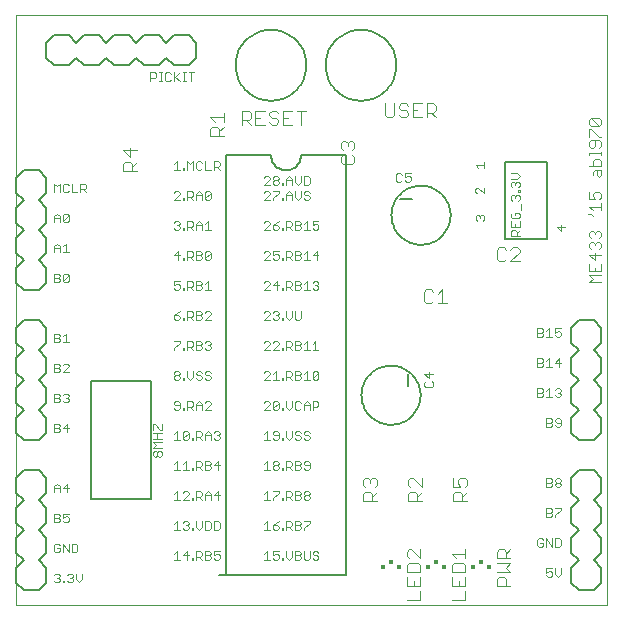
<source format=gto>
G75*
G70*
%OFA0B0*%
%FSLAX24Y24*%
%IPPOS*%
%LPD*%
%AMOC8*
5,1,8,0,0,1.08239X$1,22.5*
%
%ADD10C,0.0000*%
%ADD11C,0.0030*%
%ADD12C,0.0080*%
%ADD13C,0.0050*%
%ADD14C,0.0040*%
%ADD15R,0.0128X0.0167*%
%ADD16R,0.0138X0.0138*%
D10*
X001683Y001189D02*
X001683Y020874D01*
X021368Y020874D01*
X021368Y001189D01*
X001683Y001189D01*
D11*
X002948Y002003D02*
X002996Y001954D01*
X003093Y001954D01*
X003142Y002003D01*
X003142Y002051D01*
X003093Y002099D01*
X003045Y002099D01*
X003093Y002099D02*
X003142Y002148D01*
X003142Y002196D01*
X003093Y002245D01*
X002996Y002245D01*
X002948Y002196D01*
X003243Y002003D02*
X003291Y002003D01*
X003291Y001954D01*
X003243Y001954D01*
X003243Y002003D01*
X003390Y002003D02*
X003438Y001954D01*
X003535Y001954D01*
X003584Y002003D01*
X003584Y002051D01*
X003535Y002099D01*
X003487Y002099D01*
X003535Y002099D02*
X003584Y002148D01*
X003584Y002196D01*
X003535Y002245D01*
X003438Y002245D01*
X003390Y002196D01*
X003685Y002245D02*
X003685Y002051D01*
X003781Y001954D01*
X003878Y002051D01*
X003878Y002245D01*
X003683Y002954D02*
X003537Y002954D01*
X003537Y003245D01*
X003683Y003245D01*
X003731Y003196D01*
X003731Y003003D01*
X003683Y002954D01*
X003436Y002954D02*
X003436Y003245D01*
X003243Y003245D02*
X003436Y002954D01*
X003243Y002954D02*
X003243Y003245D01*
X003142Y003196D02*
X003093Y003245D01*
X002996Y003245D01*
X002948Y003196D01*
X002948Y003003D01*
X002996Y002954D01*
X003093Y002954D01*
X003142Y003003D01*
X003142Y003099D01*
X003045Y003099D01*
X003093Y003954D02*
X002948Y003954D01*
X002948Y004245D01*
X003093Y004245D01*
X003142Y004196D01*
X003142Y004148D01*
X003093Y004099D01*
X002948Y004099D01*
X003093Y004099D02*
X003142Y004051D01*
X003142Y004003D01*
X003093Y003954D01*
X003243Y004003D02*
X003291Y003954D01*
X003388Y003954D01*
X003436Y004003D01*
X003436Y004099D01*
X003388Y004148D01*
X003340Y004148D01*
X003243Y004099D01*
X003243Y004245D01*
X003436Y004245D01*
X003388Y004954D02*
X003388Y005245D01*
X003243Y005099D01*
X003436Y005099D01*
X003142Y005099D02*
X002948Y005099D01*
X002948Y005148D02*
X003045Y005245D01*
X003142Y005148D01*
X003142Y004954D01*
X002948Y004954D02*
X002948Y005148D01*
X002948Y006954D02*
X003093Y006954D01*
X003142Y007003D01*
X003142Y007051D01*
X003093Y007099D01*
X002948Y007099D01*
X002948Y006954D02*
X002948Y007245D01*
X003093Y007245D01*
X003142Y007196D01*
X003142Y007148D01*
X003093Y007099D01*
X003243Y007099D02*
X003436Y007099D01*
X003388Y006954D02*
X003388Y007245D01*
X003243Y007099D01*
X003291Y007954D02*
X003243Y008003D01*
X003291Y007954D02*
X003388Y007954D01*
X003436Y008003D01*
X003436Y008051D01*
X003388Y008099D01*
X003340Y008099D01*
X003388Y008099D02*
X003436Y008148D01*
X003436Y008196D01*
X003388Y008245D01*
X003291Y008245D01*
X003243Y008196D01*
X003142Y008196D02*
X003142Y008148D01*
X003093Y008099D01*
X002948Y008099D01*
X002948Y007954D02*
X003093Y007954D01*
X003142Y008003D01*
X003142Y008051D01*
X003093Y008099D01*
X003142Y008196D02*
X003093Y008245D01*
X002948Y008245D01*
X002948Y007954D01*
X002948Y008954D02*
X003093Y008954D01*
X003142Y009003D01*
X003142Y009051D01*
X003093Y009099D01*
X002948Y009099D01*
X002948Y008954D02*
X002948Y009245D01*
X003093Y009245D01*
X003142Y009196D01*
X003142Y009148D01*
X003093Y009099D01*
X003243Y009196D02*
X003291Y009245D01*
X003388Y009245D01*
X003436Y009196D01*
X003436Y009148D01*
X003243Y008954D01*
X003436Y008954D01*
X003436Y009954D02*
X003243Y009954D01*
X003340Y009954D02*
X003340Y010245D01*
X003243Y010148D01*
X003142Y010148D02*
X003093Y010099D01*
X002948Y010099D01*
X002948Y009954D02*
X002948Y010245D01*
X003093Y010245D01*
X003142Y010196D01*
X003142Y010148D01*
X003093Y010099D02*
X003142Y010051D01*
X003142Y010003D01*
X003093Y009954D01*
X002948Y009954D01*
X002948Y011954D02*
X003093Y011954D01*
X003142Y012003D01*
X003142Y012051D01*
X003093Y012099D01*
X002948Y012099D01*
X002948Y011954D02*
X002948Y012245D01*
X003093Y012245D01*
X003142Y012196D01*
X003142Y012148D01*
X003093Y012099D01*
X003243Y012003D02*
X003243Y012196D01*
X003291Y012245D01*
X003388Y012245D01*
X003436Y012196D01*
X003243Y012003D01*
X003291Y011954D01*
X003388Y011954D01*
X003436Y012003D01*
X003436Y012196D01*
X003436Y012954D02*
X003243Y012954D01*
X003340Y012954D02*
X003340Y013245D01*
X003243Y013148D01*
X003142Y013148D02*
X003142Y012954D01*
X003142Y013099D02*
X002948Y013099D01*
X002948Y013148D02*
X003045Y013245D01*
X003142Y013148D01*
X002948Y013148D02*
X002948Y012954D01*
X002948Y013954D02*
X002948Y014148D01*
X003045Y014245D01*
X003142Y014148D01*
X003142Y013954D01*
X003243Y014003D02*
X003291Y013954D01*
X003388Y013954D01*
X003436Y014003D01*
X003436Y014196D01*
X003243Y014003D01*
X003243Y014196D01*
X003291Y014245D01*
X003388Y014245D01*
X003436Y014196D01*
X003142Y014099D02*
X002948Y014099D01*
X002948Y014954D02*
X002948Y015245D01*
X003045Y015148D01*
X003142Y015245D01*
X003142Y014954D01*
X003243Y015003D02*
X003291Y014954D01*
X003388Y014954D01*
X003436Y015003D01*
X003537Y014954D02*
X003731Y014954D01*
X003832Y014954D02*
X003832Y015245D01*
X003977Y015245D01*
X004026Y015196D01*
X004026Y015099D01*
X003977Y015051D01*
X003832Y015051D01*
X003929Y015051D02*
X004026Y014954D01*
X003537Y014954D02*
X003537Y015245D01*
X003436Y015196D02*
X003388Y015245D01*
X003291Y015245D01*
X003243Y015196D01*
X003243Y015003D01*
X006157Y018664D02*
X006157Y018955D01*
X006302Y018955D01*
X006350Y018906D01*
X006350Y018809D01*
X006302Y018761D01*
X006157Y018761D01*
X006451Y018664D02*
X006548Y018664D01*
X006500Y018664D02*
X006500Y018955D01*
X006548Y018955D02*
X006451Y018955D01*
X006648Y018906D02*
X006648Y018713D01*
X006696Y018664D01*
X006793Y018664D01*
X006841Y018713D01*
X006942Y018761D02*
X007136Y018955D01*
X007237Y018955D02*
X007334Y018955D01*
X007285Y018955D02*
X007285Y018664D01*
X007237Y018664D02*
X007334Y018664D01*
X007530Y018664D02*
X007530Y018955D01*
X007433Y018955D02*
X007627Y018955D01*
X007136Y018664D02*
X006991Y018809D01*
X006942Y018664D02*
X006942Y018955D01*
X006841Y018906D02*
X006793Y018955D01*
X006696Y018955D01*
X006648Y018906D01*
X007045Y015995D02*
X007045Y015704D01*
X006948Y015704D02*
X007142Y015704D01*
X007243Y015704D02*
X007291Y015704D01*
X007291Y015753D01*
X007243Y015753D01*
X007243Y015704D01*
X007390Y015704D02*
X007390Y015995D01*
X007487Y015898D01*
X007584Y015995D01*
X007584Y015704D01*
X007685Y015753D02*
X007685Y015946D01*
X007733Y015995D01*
X007830Y015995D01*
X007878Y015946D01*
X007979Y015995D02*
X007979Y015704D01*
X008173Y015704D01*
X008274Y015704D02*
X008274Y015995D01*
X008419Y015995D01*
X008468Y015946D01*
X008468Y015849D01*
X008419Y015801D01*
X008274Y015801D01*
X008371Y015801D02*
X008468Y015704D01*
X007878Y015753D02*
X007830Y015704D01*
X007733Y015704D01*
X007685Y015753D01*
X007045Y015995D02*
X006948Y015898D01*
X006996Y014995D02*
X006948Y014946D01*
X006996Y014995D02*
X007093Y014995D01*
X007142Y014946D01*
X007142Y014898D01*
X006948Y014704D01*
X007142Y014704D01*
X007243Y014704D02*
X007291Y014704D01*
X007291Y014753D01*
X007243Y014753D01*
X007243Y014704D01*
X007390Y014704D02*
X007390Y014995D01*
X007535Y014995D01*
X007584Y014946D01*
X007584Y014849D01*
X007535Y014801D01*
X007390Y014801D01*
X007487Y014801D02*
X007584Y014704D01*
X007685Y014704D02*
X007685Y014898D01*
X007781Y014995D01*
X007878Y014898D01*
X007878Y014704D01*
X007979Y014753D02*
X008173Y014946D01*
X008173Y014753D01*
X008125Y014704D01*
X008028Y014704D01*
X007979Y014753D01*
X007979Y014946D01*
X008028Y014995D01*
X008125Y014995D01*
X008173Y014946D01*
X007878Y014849D02*
X007685Y014849D01*
X007781Y013995D02*
X007878Y013898D01*
X007878Y013704D01*
X007979Y013704D02*
X008173Y013704D01*
X008076Y013704D02*
X008076Y013995D01*
X007979Y013898D01*
X007878Y013849D02*
X007685Y013849D01*
X007685Y013898D02*
X007781Y013995D01*
X007685Y013898D02*
X007685Y013704D01*
X007584Y013704D02*
X007487Y013801D01*
X007535Y013801D02*
X007390Y013801D01*
X007390Y013704D02*
X007390Y013995D01*
X007535Y013995D01*
X007584Y013946D01*
X007584Y013849D01*
X007535Y013801D01*
X007291Y013753D02*
X007291Y013704D01*
X007243Y013704D01*
X007243Y013753D01*
X007291Y013753D01*
X007142Y013753D02*
X007093Y013704D01*
X006996Y013704D01*
X006948Y013753D01*
X007045Y013849D02*
X007093Y013849D01*
X007142Y013801D01*
X007142Y013753D01*
X007093Y013849D02*
X007142Y013898D01*
X007142Y013946D01*
X007093Y013995D01*
X006996Y013995D01*
X006948Y013946D01*
X007093Y012995D02*
X006948Y012849D01*
X007142Y012849D01*
X007243Y012753D02*
X007291Y012753D01*
X007291Y012704D01*
X007243Y012704D01*
X007243Y012753D01*
X007390Y012801D02*
X007535Y012801D01*
X007584Y012849D01*
X007584Y012946D01*
X007535Y012995D01*
X007390Y012995D01*
X007390Y012704D01*
X007487Y012801D02*
X007584Y012704D01*
X007685Y012704D02*
X007685Y012995D01*
X007830Y012995D01*
X007878Y012946D01*
X007878Y012898D01*
X007830Y012849D01*
X007685Y012849D01*
X007685Y012704D02*
X007830Y012704D01*
X007878Y012753D01*
X007878Y012801D01*
X007830Y012849D01*
X007979Y012753D02*
X007979Y012946D01*
X008028Y012995D01*
X008125Y012995D01*
X008173Y012946D01*
X007979Y012753D01*
X008028Y012704D01*
X008125Y012704D01*
X008173Y012753D01*
X008173Y012946D01*
X008076Y011995D02*
X007979Y011898D01*
X007878Y011898D02*
X007830Y011849D01*
X007685Y011849D01*
X007584Y011849D02*
X007584Y011946D01*
X007535Y011995D01*
X007390Y011995D01*
X007390Y011704D01*
X007390Y011801D02*
X007535Y011801D01*
X007584Y011849D01*
X007487Y011801D02*
X007584Y011704D01*
X007685Y011704D02*
X007685Y011995D01*
X007830Y011995D01*
X007878Y011946D01*
X007878Y011898D01*
X007830Y011849D02*
X007878Y011801D01*
X007878Y011753D01*
X007830Y011704D01*
X007685Y011704D01*
X007979Y011704D02*
X008173Y011704D01*
X008076Y011704D02*
X008076Y011995D01*
X007291Y011753D02*
X007291Y011704D01*
X007243Y011704D01*
X007243Y011753D01*
X007291Y011753D01*
X007142Y011753D02*
X007093Y011704D01*
X006996Y011704D01*
X006948Y011753D01*
X006948Y011849D02*
X007045Y011898D01*
X007093Y011898D01*
X007142Y011849D01*
X007142Y011753D01*
X006948Y011849D02*
X006948Y011995D01*
X007142Y011995D01*
X007093Y012704D02*
X007093Y012995D01*
X007142Y010995D02*
X007045Y010946D01*
X006948Y010849D01*
X007093Y010849D01*
X007142Y010801D01*
X007142Y010753D01*
X007093Y010704D01*
X006996Y010704D01*
X006948Y010753D01*
X006948Y010849D01*
X007243Y010753D02*
X007243Y010704D01*
X007291Y010704D01*
X007291Y010753D01*
X007243Y010753D01*
X007390Y010801D02*
X007535Y010801D01*
X007584Y010849D01*
X007584Y010946D01*
X007535Y010995D01*
X007390Y010995D01*
X007390Y010704D01*
X007487Y010801D02*
X007584Y010704D01*
X007685Y010704D02*
X007830Y010704D01*
X007878Y010753D01*
X007878Y010801D01*
X007830Y010849D01*
X007685Y010849D01*
X007685Y010704D02*
X007685Y010995D01*
X007830Y010995D01*
X007878Y010946D01*
X007878Y010898D01*
X007830Y010849D01*
X007979Y010946D02*
X008028Y010995D01*
X008125Y010995D01*
X008173Y010946D01*
X008173Y010898D01*
X007979Y010704D01*
X008173Y010704D01*
X008125Y009995D02*
X008028Y009995D01*
X007979Y009946D01*
X007878Y009946D02*
X007878Y009898D01*
X007830Y009849D01*
X007685Y009849D01*
X007584Y009849D02*
X007535Y009801D01*
X007390Y009801D01*
X007390Y009704D02*
X007390Y009995D01*
X007535Y009995D01*
X007584Y009946D01*
X007584Y009849D01*
X007487Y009801D02*
X007584Y009704D01*
X007685Y009704D02*
X007685Y009995D01*
X007830Y009995D01*
X007878Y009946D01*
X007830Y009849D02*
X007878Y009801D01*
X007878Y009753D01*
X007830Y009704D01*
X007685Y009704D01*
X007979Y009753D02*
X008028Y009704D01*
X008125Y009704D01*
X008173Y009753D01*
X008173Y009801D01*
X008125Y009849D01*
X008076Y009849D01*
X008125Y009849D02*
X008173Y009898D01*
X008173Y009946D01*
X008125Y009995D01*
X007291Y009753D02*
X007291Y009704D01*
X007243Y009704D01*
X007243Y009753D01*
X007291Y009753D01*
X007142Y009946D02*
X006948Y009753D01*
X006948Y009704D01*
X006948Y009995D02*
X007142Y009995D01*
X007142Y009946D01*
X007093Y008995D02*
X007142Y008946D01*
X007142Y008898D01*
X007093Y008849D01*
X006996Y008849D01*
X006948Y008898D01*
X006948Y008946D01*
X006996Y008995D01*
X007093Y008995D01*
X007093Y008849D02*
X007142Y008801D01*
X007142Y008753D01*
X007093Y008704D01*
X006996Y008704D01*
X006948Y008753D01*
X006948Y008801D01*
X006996Y008849D01*
X007243Y008753D02*
X007291Y008753D01*
X007291Y008704D01*
X007243Y008704D01*
X007243Y008753D01*
X007390Y008801D02*
X007390Y008995D01*
X007584Y008995D02*
X007584Y008801D01*
X007487Y008704D01*
X007390Y008801D01*
X007685Y008753D02*
X007733Y008704D01*
X007830Y008704D01*
X007878Y008753D01*
X007878Y008801D01*
X007830Y008849D01*
X007733Y008849D01*
X007685Y008898D01*
X007685Y008946D01*
X007733Y008995D01*
X007830Y008995D01*
X007878Y008946D01*
X007979Y008946D02*
X007979Y008898D01*
X008028Y008849D01*
X008125Y008849D01*
X008173Y008801D01*
X008173Y008753D01*
X008125Y008704D01*
X008028Y008704D01*
X007979Y008753D01*
X007979Y008946D02*
X008028Y008995D01*
X008125Y008995D01*
X008173Y008946D01*
X008125Y007995D02*
X008028Y007995D01*
X007979Y007946D01*
X007878Y007898D02*
X007878Y007704D01*
X007979Y007704D02*
X008173Y007898D01*
X008173Y007946D01*
X008125Y007995D01*
X007878Y007898D02*
X007781Y007995D01*
X007685Y007898D01*
X007685Y007704D01*
X007584Y007704D02*
X007487Y007801D01*
X007535Y007801D02*
X007390Y007801D01*
X007390Y007704D02*
X007390Y007995D01*
X007535Y007995D01*
X007584Y007946D01*
X007584Y007849D01*
X007535Y007801D01*
X007685Y007849D02*
X007878Y007849D01*
X007979Y007704D02*
X008173Y007704D01*
X008076Y006995D02*
X007979Y006898D01*
X007979Y006704D01*
X007878Y006704D02*
X007781Y006801D01*
X007830Y006801D02*
X007685Y006801D01*
X007685Y006704D02*
X007685Y006995D01*
X007830Y006995D01*
X007878Y006946D01*
X007878Y006849D01*
X007830Y006801D01*
X007979Y006849D02*
X008173Y006849D01*
X008173Y006898D02*
X008173Y006704D01*
X008274Y006753D02*
X008322Y006704D01*
X008419Y006704D01*
X008468Y006753D01*
X008468Y006801D01*
X008419Y006849D01*
X008371Y006849D01*
X008419Y006849D02*
X008468Y006898D01*
X008468Y006946D01*
X008419Y006995D01*
X008322Y006995D01*
X008274Y006946D01*
X008173Y006898D02*
X008076Y006995D01*
X007586Y006753D02*
X007586Y006704D01*
X007537Y006704D01*
X007537Y006753D01*
X007586Y006753D01*
X007436Y006753D02*
X007388Y006704D01*
X007291Y006704D01*
X007243Y006753D01*
X007436Y006946D01*
X007436Y006753D01*
X007436Y006946D02*
X007388Y006995D01*
X007291Y006995D01*
X007243Y006946D01*
X007243Y006753D01*
X007142Y006704D02*
X006948Y006704D01*
X007045Y006704D02*
X007045Y006995D01*
X006948Y006898D01*
X006543Y006925D02*
X006253Y006925D01*
X006253Y007026D02*
X006253Y007219D01*
X006301Y007219D01*
X006495Y007026D01*
X006543Y007026D01*
X006543Y007219D01*
X006398Y006925D02*
X006398Y006731D01*
X006543Y006731D02*
X006253Y006731D01*
X006253Y006630D02*
X006543Y006630D01*
X006543Y006436D02*
X006253Y006436D01*
X006350Y006533D01*
X006253Y006630D01*
X006301Y006335D02*
X006253Y006287D01*
X006253Y006190D01*
X006301Y006142D01*
X006350Y006142D01*
X006398Y006190D01*
X006398Y006287D01*
X006446Y006335D01*
X006495Y006335D01*
X006543Y006287D01*
X006543Y006190D01*
X006495Y006142D01*
X006446Y006142D01*
X006398Y006190D01*
X006398Y006287D02*
X006350Y006335D01*
X006301Y006335D01*
X006948Y005898D02*
X007045Y005995D01*
X007045Y005704D01*
X006948Y005704D02*
X007142Y005704D01*
X007243Y005704D02*
X007436Y005704D01*
X007340Y005704D02*
X007340Y005995D01*
X007243Y005898D01*
X007537Y005753D02*
X007537Y005704D01*
X007586Y005704D01*
X007586Y005753D01*
X007537Y005753D01*
X007685Y005801D02*
X007830Y005801D01*
X007878Y005849D01*
X007878Y005946D01*
X007830Y005995D01*
X007685Y005995D01*
X007685Y005704D01*
X007781Y005801D02*
X007878Y005704D01*
X007979Y005704D02*
X008125Y005704D01*
X008173Y005753D01*
X008173Y005801D01*
X008125Y005849D01*
X007979Y005849D01*
X007979Y005704D02*
X007979Y005995D01*
X008125Y005995D01*
X008173Y005946D01*
X008173Y005898D01*
X008125Y005849D01*
X008274Y005849D02*
X008419Y005995D01*
X008419Y005704D01*
X008468Y005849D02*
X008274Y005849D01*
X008419Y004995D02*
X008274Y004849D01*
X008468Y004849D01*
X008419Y004704D02*
X008419Y004995D01*
X008173Y004898D02*
X008173Y004704D01*
X008173Y004849D02*
X007979Y004849D01*
X007979Y004898D02*
X008076Y004995D01*
X008173Y004898D01*
X007979Y004898D02*
X007979Y004704D01*
X007878Y004704D02*
X007781Y004801D01*
X007830Y004801D02*
X007685Y004801D01*
X007685Y004704D02*
X007685Y004995D01*
X007830Y004995D01*
X007878Y004946D01*
X007878Y004849D01*
X007830Y004801D01*
X007586Y004753D02*
X007586Y004704D01*
X007537Y004704D01*
X007537Y004753D01*
X007586Y004753D01*
X007436Y004704D02*
X007243Y004704D01*
X007436Y004898D01*
X007436Y004946D01*
X007388Y004995D01*
X007291Y004995D01*
X007243Y004946D01*
X007045Y004995D02*
X007045Y004704D01*
X006948Y004704D02*
X007142Y004704D01*
X006948Y004898D02*
X007045Y004995D01*
X007045Y003995D02*
X007045Y003704D01*
X006948Y003704D02*
X007142Y003704D01*
X007243Y003753D02*
X007291Y003704D01*
X007388Y003704D01*
X007436Y003753D01*
X007436Y003801D01*
X007388Y003849D01*
X007340Y003849D01*
X007388Y003849D02*
X007436Y003898D01*
X007436Y003946D01*
X007388Y003995D01*
X007291Y003995D01*
X007243Y003946D01*
X007045Y003995D02*
X006948Y003898D01*
X007537Y003753D02*
X007586Y003753D01*
X007586Y003704D01*
X007537Y003704D01*
X007537Y003753D01*
X007685Y003801D02*
X007685Y003995D01*
X007878Y003995D02*
X007878Y003801D01*
X007781Y003704D01*
X007685Y003801D01*
X007979Y003704D02*
X007979Y003995D01*
X008125Y003995D01*
X008173Y003946D01*
X008173Y003753D01*
X008125Y003704D01*
X007979Y003704D01*
X008274Y003704D02*
X008419Y003704D01*
X008468Y003753D01*
X008468Y003946D01*
X008419Y003995D01*
X008274Y003995D01*
X008274Y003704D01*
X008274Y002995D02*
X008274Y002849D01*
X008371Y002898D01*
X008419Y002898D01*
X008468Y002849D01*
X008468Y002753D01*
X008419Y002704D01*
X008322Y002704D01*
X008274Y002753D01*
X008173Y002753D02*
X008125Y002704D01*
X007979Y002704D01*
X007979Y002995D01*
X008125Y002995D01*
X008173Y002946D01*
X008173Y002898D01*
X008125Y002849D01*
X007979Y002849D01*
X007878Y002849D02*
X007830Y002801D01*
X007685Y002801D01*
X007781Y002801D02*
X007878Y002704D01*
X007878Y002849D02*
X007878Y002946D01*
X007830Y002995D01*
X007685Y002995D01*
X007685Y002704D01*
X007586Y002704D02*
X007586Y002753D01*
X007537Y002753D01*
X007537Y002704D01*
X007586Y002704D01*
X007388Y002704D02*
X007388Y002995D01*
X007243Y002849D01*
X007436Y002849D01*
X007142Y002704D02*
X006948Y002704D01*
X007045Y002704D02*
X007045Y002995D01*
X006948Y002898D01*
X008125Y002849D02*
X008173Y002801D01*
X008173Y002753D01*
X008274Y002995D02*
X008468Y002995D01*
X009948Y002898D02*
X010045Y002995D01*
X010045Y002704D01*
X009948Y002704D02*
X010142Y002704D01*
X010243Y002753D02*
X010291Y002704D01*
X010388Y002704D01*
X010436Y002753D01*
X010436Y002849D01*
X010388Y002898D01*
X010340Y002898D01*
X010243Y002849D01*
X010243Y002995D01*
X010436Y002995D01*
X010685Y002995D02*
X010685Y002801D01*
X010781Y002704D01*
X010878Y002801D01*
X010878Y002995D01*
X010979Y002995D02*
X011125Y002995D01*
X011173Y002946D01*
X011173Y002898D01*
X011125Y002849D01*
X010979Y002849D01*
X010979Y002704D02*
X011125Y002704D01*
X011173Y002753D01*
X011173Y002801D01*
X011125Y002849D01*
X011274Y002753D02*
X011322Y002704D01*
X011419Y002704D01*
X011468Y002753D01*
X011468Y002995D01*
X011569Y002946D02*
X011617Y002995D01*
X011714Y002995D01*
X011762Y002946D01*
X011714Y002849D02*
X011762Y002801D01*
X011762Y002753D01*
X011714Y002704D01*
X011617Y002704D01*
X011569Y002753D01*
X011617Y002849D02*
X011714Y002849D01*
X011617Y002849D02*
X011569Y002898D01*
X011569Y002946D01*
X011274Y002995D02*
X011274Y002753D01*
X010979Y002704D02*
X010979Y002995D01*
X010586Y002753D02*
X010586Y002704D01*
X010537Y002704D01*
X010537Y002753D01*
X010586Y002753D01*
X010586Y003704D02*
X010537Y003704D01*
X010537Y003753D01*
X010586Y003753D01*
X010586Y003704D01*
X010685Y003704D02*
X010685Y003995D01*
X010830Y003995D01*
X010878Y003946D01*
X010878Y003849D01*
X010830Y003801D01*
X010685Y003801D01*
X010781Y003801D02*
X010878Y003704D01*
X010979Y003704D02*
X010979Y003995D01*
X011125Y003995D01*
X011173Y003946D01*
X011173Y003898D01*
X011125Y003849D01*
X010979Y003849D01*
X010979Y003704D02*
X011125Y003704D01*
X011173Y003753D01*
X011173Y003801D01*
X011125Y003849D01*
X011274Y003753D02*
X011274Y003704D01*
X011274Y003753D02*
X011468Y003946D01*
X011468Y003995D01*
X011274Y003995D01*
X011322Y004704D02*
X011274Y004753D01*
X011274Y004801D01*
X011322Y004849D01*
X011419Y004849D01*
X011468Y004801D01*
X011468Y004753D01*
X011419Y004704D01*
X011322Y004704D01*
X011322Y004849D02*
X011274Y004898D01*
X011274Y004946D01*
X011322Y004995D01*
X011419Y004995D01*
X011468Y004946D01*
X011468Y004898D01*
X011419Y004849D01*
X011173Y004801D02*
X011173Y004753D01*
X011125Y004704D01*
X010979Y004704D01*
X010979Y004995D01*
X011125Y004995D01*
X011173Y004946D01*
X011173Y004898D01*
X011125Y004849D01*
X010979Y004849D01*
X010878Y004849D02*
X010830Y004801D01*
X010685Y004801D01*
X010781Y004801D02*
X010878Y004704D01*
X010878Y004849D02*
X010878Y004946D01*
X010830Y004995D01*
X010685Y004995D01*
X010685Y004704D01*
X010586Y004704D02*
X010537Y004704D01*
X010537Y004753D01*
X010586Y004753D01*
X010586Y004704D01*
X010436Y004946D02*
X010243Y004753D01*
X010243Y004704D01*
X010142Y004704D02*
X009948Y004704D01*
X010045Y004704D02*
X010045Y004995D01*
X009948Y004898D01*
X010243Y004995D02*
X010436Y004995D01*
X010436Y004946D01*
X011125Y004849D02*
X011173Y004801D01*
X010436Y003995D02*
X010340Y003946D01*
X010243Y003849D01*
X010388Y003849D01*
X010436Y003801D01*
X010436Y003753D01*
X010388Y003704D01*
X010291Y003704D01*
X010243Y003753D01*
X010243Y003849D01*
X010142Y003704D02*
X009948Y003704D01*
X010045Y003704D02*
X010045Y003995D01*
X009948Y003898D01*
X009948Y005704D02*
X010142Y005704D01*
X010045Y005704D02*
X010045Y005995D01*
X009948Y005898D01*
X010243Y005898D02*
X010243Y005946D01*
X010291Y005995D01*
X010388Y005995D01*
X010436Y005946D01*
X010436Y005898D01*
X010388Y005849D01*
X010291Y005849D01*
X010243Y005898D01*
X010291Y005849D02*
X010243Y005801D01*
X010243Y005753D01*
X010291Y005704D01*
X010388Y005704D01*
X010436Y005753D01*
X010436Y005801D01*
X010388Y005849D01*
X010537Y005753D02*
X010537Y005704D01*
X010586Y005704D01*
X010586Y005753D01*
X010537Y005753D01*
X010685Y005801D02*
X010830Y005801D01*
X010878Y005849D01*
X010878Y005946D01*
X010830Y005995D01*
X010685Y005995D01*
X010685Y005704D01*
X010781Y005801D02*
X010878Y005704D01*
X010979Y005704D02*
X011125Y005704D01*
X011173Y005753D01*
X011173Y005801D01*
X011125Y005849D01*
X010979Y005849D01*
X010979Y005704D02*
X010979Y005995D01*
X011125Y005995D01*
X011173Y005946D01*
X011173Y005898D01*
X011125Y005849D01*
X011274Y005898D02*
X011322Y005849D01*
X011468Y005849D01*
X011468Y005753D02*
X011468Y005946D01*
X011419Y005995D01*
X011322Y005995D01*
X011274Y005946D01*
X011274Y005898D01*
X011274Y005753D02*
X011322Y005704D01*
X011419Y005704D01*
X011468Y005753D01*
X011419Y006704D02*
X011322Y006704D01*
X011274Y006753D01*
X011173Y006753D02*
X011125Y006704D01*
X011028Y006704D01*
X010979Y006753D01*
X011028Y006849D02*
X011125Y006849D01*
X011173Y006801D01*
X011173Y006753D01*
X011028Y006849D02*
X010979Y006898D01*
X010979Y006946D01*
X011028Y006995D01*
X011125Y006995D01*
X011173Y006946D01*
X011274Y006946D02*
X011274Y006898D01*
X011322Y006849D01*
X011419Y006849D01*
X011468Y006801D01*
X011468Y006753D01*
X011419Y006704D01*
X011468Y006946D02*
X011419Y006995D01*
X011322Y006995D01*
X011274Y006946D01*
X010878Y006995D02*
X010878Y006801D01*
X010781Y006704D01*
X010685Y006801D01*
X010685Y006995D01*
X010436Y006946D02*
X010436Y006753D01*
X010388Y006704D01*
X010291Y006704D01*
X010243Y006753D01*
X010291Y006849D02*
X010243Y006898D01*
X010243Y006946D01*
X010291Y006995D01*
X010388Y006995D01*
X010436Y006946D01*
X010436Y006849D02*
X010291Y006849D01*
X010142Y006704D02*
X009948Y006704D01*
X010045Y006704D02*
X010045Y006995D01*
X009948Y006898D01*
X010537Y006753D02*
X010586Y006753D01*
X010586Y006704D01*
X010537Y006704D01*
X010537Y006753D01*
X010537Y007704D02*
X010586Y007704D01*
X010586Y007753D01*
X010537Y007753D01*
X010537Y007704D01*
X010436Y007753D02*
X010436Y007946D01*
X010243Y007753D01*
X010291Y007704D01*
X010388Y007704D01*
X010436Y007753D01*
X010436Y007946D02*
X010388Y007995D01*
X010291Y007995D01*
X010243Y007946D01*
X010243Y007753D01*
X010142Y007704D02*
X009948Y007704D01*
X010142Y007898D01*
X010142Y007946D01*
X010093Y007995D01*
X009996Y007995D01*
X009948Y007946D01*
X010685Y007995D02*
X010685Y007801D01*
X010781Y007704D01*
X010878Y007801D01*
X010878Y007995D01*
X010979Y007946D02*
X010979Y007753D01*
X011028Y007704D01*
X011125Y007704D01*
X011173Y007753D01*
X011274Y007704D02*
X011274Y007898D01*
X011371Y007995D01*
X011468Y007898D01*
X011468Y007704D01*
X011569Y007704D02*
X011569Y007995D01*
X011714Y007995D01*
X011762Y007946D01*
X011762Y007849D01*
X011714Y007801D01*
X011569Y007801D01*
X011468Y007849D02*
X011274Y007849D01*
X011173Y007946D02*
X011125Y007995D01*
X011028Y007995D01*
X010979Y007946D01*
X010979Y008704D02*
X011125Y008704D01*
X011173Y008753D01*
X011173Y008801D01*
X011125Y008849D01*
X010979Y008849D01*
X010878Y008849D02*
X010878Y008946D01*
X010830Y008995D01*
X010685Y008995D01*
X010685Y008704D01*
X010685Y008801D02*
X010830Y008801D01*
X010878Y008849D01*
X010781Y008801D02*
X010878Y008704D01*
X010979Y008704D02*
X010979Y008995D01*
X011125Y008995D01*
X011173Y008946D01*
X011173Y008898D01*
X011125Y008849D01*
X011274Y008898D02*
X011371Y008995D01*
X011371Y008704D01*
X011274Y008704D02*
X011468Y008704D01*
X011569Y008753D02*
X011762Y008946D01*
X011762Y008753D01*
X011714Y008704D01*
X011617Y008704D01*
X011569Y008753D01*
X011569Y008946D01*
X011617Y008995D01*
X011714Y008995D01*
X011762Y008946D01*
X011762Y009704D02*
X011569Y009704D01*
X011665Y009704D02*
X011665Y009995D01*
X011569Y009898D01*
X011468Y009704D02*
X011274Y009704D01*
X011371Y009704D02*
X011371Y009995D01*
X011274Y009898D01*
X011173Y009898D02*
X011125Y009849D01*
X010979Y009849D01*
X010878Y009849D02*
X010830Y009801D01*
X010685Y009801D01*
X010781Y009801D02*
X010878Y009704D01*
X010979Y009704D02*
X010979Y009995D01*
X011125Y009995D01*
X011173Y009946D01*
X011173Y009898D01*
X011125Y009849D02*
X011173Y009801D01*
X011173Y009753D01*
X011125Y009704D01*
X010979Y009704D01*
X010878Y009849D02*
X010878Y009946D01*
X010830Y009995D01*
X010685Y009995D01*
X010685Y009704D01*
X010586Y009704D02*
X010537Y009704D01*
X010537Y009753D01*
X010586Y009753D01*
X010586Y009704D01*
X010436Y009704D02*
X010243Y009704D01*
X010436Y009898D01*
X010436Y009946D01*
X010388Y009995D01*
X010291Y009995D01*
X010243Y009946D01*
X010142Y009946D02*
X010093Y009995D01*
X009996Y009995D01*
X009948Y009946D01*
X010142Y009946D02*
X010142Y009898D01*
X009948Y009704D01*
X010142Y009704D01*
X010093Y008995D02*
X009996Y008995D01*
X009948Y008946D01*
X010093Y008995D02*
X010142Y008946D01*
X010142Y008898D01*
X009948Y008704D01*
X010142Y008704D01*
X010243Y008704D02*
X010436Y008704D01*
X010340Y008704D02*
X010340Y008995D01*
X010243Y008898D01*
X010537Y008753D02*
X010586Y008753D01*
X010586Y008704D01*
X010537Y008704D01*
X010537Y008753D01*
X010586Y010704D02*
X010537Y010704D01*
X010537Y010753D01*
X010586Y010753D01*
X010586Y010704D01*
X010685Y010801D02*
X010781Y010704D01*
X010878Y010801D01*
X010878Y010995D01*
X010979Y010995D02*
X010979Y010753D01*
X011028Y010704D01*
X011125Y010704D01*
X011173Y010753D01*
X011173Y010995D01*
X010685Y010995D02*
X010685Y010801D01*
X010436Y010801D02*
X010436Y010753D01*
X010388Y010704D01*
X010291Y010704D01*
X010243Y010753D01*
X010142Y010704D02*
X009948Y010704D01*
X010142Y010898D01*
X010142Y010946D01*
X010093Y010995D01*
X009996Y010995D01*
X009948Y010946D01*
X010243Y010946D02*
X010291Y010995D01*
X010388Y010995D01*
X010436Y010946D01*
X010436Y010898D01*
X010388Y010849D01*
X010436Y010801D01*
X010388Y010849D02*
X010340Y010849D01*
X010388Y011704D02*
X010388Y011995D01*
X010243Y011849D01*
X010436Y011849D01*
X010537Y011753D02*
X010586Y011753D01*
X010586Y011704D01*
X010537Y011704D01*
X010537Y011753D01*
X010685Y011801D02*
X010830Y011801D01*
X010878Y011849D01*
X010878Y011946D01*
X010830Y011995D01*
X010685Y011995D01*
X010685Y011704D01*
X010781Y011801D02*
X010878Y011704D01*
X010979Y011704D02*
X010979Y011995D01*
X011125Y011995D01*
X011173Y011946D01*
X011173Y011898D01*
X011125Y011849D01*
X010979Y011849D01*
X010979Y011704D02*
X011125Y011704D01*
X011173Y011753D01*
X011173Y011801D01*
X011125Y011849D01*
X011274Y011898D02*
X011371Y011995D01*
X011371Y011704D01*
X011274Y011704D02*
X011468Y011704D01*
X011569Y011753D02*
X011617Y011704D01*
X011714Y011704D01*
X011762Y011753D01*
X011762Y011801D01*
X011714Y011849D01*
X011665Y011849D01*
X011714Y011849D02*
X011762Y011898D01*
X011762Y011946D01*
X011714Y011995D01*
X011617Y011995D01*
X011569Y011946D01*
X011468Y012704D02*
X011274Y012704D01*
X011371Y012704D02*
X011371Y012995D01*
X011274Y012898D01*
X011173Y012898D02*
X011125Y012849D01*
X010979Y012849D01*
X010878Y012849D02*
X010830Y012801D01*
X010685Y012801D01*
X010781Y012801D02*
X010878Y012704D01*
X010979Y012704D02*
X010979Y012995D01*
X011125Y012995D01*
X011173Y012946D01*
X011173Y012898D01*
X011125Y012849D02*
X011173Y012801D01*
X011173Y012753D01*
X011125Y012704D01*
X010979Y012704D01*
X010878Y012849D02*
X010878Y012946D01*
X010830Y012995D01*
X010685Y012995D01*
X010685Y012704D01*
X010586Y012704D02*
X010537Y012704D01*
X010537Y012753D01*
X010586Y012753D01*
X010586Y012704D01*
X010436Y012753D02*
X010436Y012849D01*
X010388Y012898D01*
X010340Y012898D01*
X010243Y012849D01*
X010243Y012995D01*
X010436Y012995D01*
X010436Y012753D02*
X010388Y012704D01*
X010291Y012704D01*
X010243Y012753D01*
X010142Y012704D02*
X009948Y012704D01*
X010142Y012898D01*
X010142Y012946D01*
X010093Y012995D01*
X009996Y012995D01*
X009948Y012946D01*
X009948Y013704D02*
X010142Y013898D01*
X010142Y013946D01*
X010093Y013995D01*
X009996Y013995D01*
X009948Y013946D01*
X009948Y013704D02*
X010142Y013704D01*
X010243Y013753D02*
X010291Y013704D01*
X010388Y013704D01*
X010436Y013753D01*
X010436Y013801D01*
X010388Y013849D01*
X010243Y013849D01*
X010243Y013753D01*
X010243Y013849D02*
X010340Y013946D01*
X010436Y013995D01*
X010685Y013995D02*
X010830Y013995D01*
X010878Y013946D01*
X010878Y013849D01*
X010830Y013801D01*
X010685Y013801D01*
X010781Y013801D02*
X010878Y013704D01*
X010979Y013704D02*
X011125Y013704D01*
X011173Y013753D01*
X011173Y013801D01*
X011125Y013849D01*
X010979Y013849D01*
X010979Y013704D02*
X010979Y013995D01*
X011125Y013995D01*
X011173Y013946D01*
X011173Y013898D01*
X011125Y013849D01*
X011274Y013898D02*
X011371Y013995D01*
X011371Y013704D01*
X011274Y013704D02*
X011468Y013704D01*
X011569Y013753D02*
X011617Y013704D01*
X011714Y013704D01*
X011762Y013753D01*
X011762Y013849D01*
X011714Y013898D01*
X011665Y013898D01*
X011569Y013849D01*
X011569Y013995D01*
X011762Y013995D01*
X011419Y014704D02*
X011322Y014704D01*
X011274Y014753D01*
X011322Y014849D02*
X011419Y014849D01*
X011468Y014801D01*
X011468Y014753D01*
X011419Y014704D01*
X011322Y014849D02*
X011274Y014898D01*
X011274Y014946D01*
X011322Y014995D01*
X011419Y014995D01*
X011468Y014946D01*
X011419Y015204D02*
X011274Y015204D01*
X011274Y015495D01*
X011419Y015495D01*
X011468Y015446D01*
X011468Y015253D01*
X011419Y015204D01*
X011173Y015301D02*
X011173Y015495D01*
X010979Y015495D02*
X010979Y015301D01*
X011076Y015204D01*
X011173Y015301D01*
X010878Y015349D02*
X010685Y015349D01*
X010685Y015398D02*
X010781Y015495D01*
X010878Y015398D01*
X010878Y015204D01*
X010685Y015204D02*
X010685Y015398D01*
X010586Y015253D02*
X010586Y015204D01*
X010537Y015204D01*
X010537Y015253D01*
X010586Y015253D01*
X010436Y015253D02*
X010388Y015204D01*
X010291Y015204D01*
X010243Y015253D01*
X010243Y015301D01*
X010291Y015349D01*
X010388Y015349D01*
X010436Y015301D01*
X010436Y015253D01*
X010388Y015349D02*
X010436Y015398D01*
X010436Y015446D01*
X010388Y015495D01*
X010291Y015495D01*
X010243Y015446D01*
X010243Y015398D01*
X010291Y015349D01*
X010142Y015398D02*
X010142Y015446D01*
X010093Y015495D01*
X009996Y015495D01*
X009948Y015446D01*
X010142Y015398D02*
X009948Y015204D01*
X010142Y015204D01*
X010093Y014995D02*
X009996Y014995D01*
X009948Y014946D01*
X010093Y014995D02*
X010142Y014946D01*
X010142Y014898D01*
X009948Y014704D01*
X010142Y014704D01*
X010243Y014704D02*
X010243Y014753D01*
X010436Y014946D01*
X010436Y014995D01*
X010243Y014995D01*
X010537Y014753D02*
X010586Y014753D01*
X010586Y014704D01*
X010537Y014704D01*
X010537Y014753D01*
X010685Y014704D02*
X010685Y014898D01*
X010781Y014995D01*
X010878Y014898D01*
X010878Y014704D01*
X010979Y014801D02*
X010979Y014995D01*
X010878Y014849D02*
X010685Y014849D01*
X010979Y014801D02*
X011076Y014704D01*
X011173Y014801D01*
X011173Y014995D01*
X010685Y013995D02*
X010685Y013704D01*
X010586Y013704D02*
X010537Y013704D01*
X010537Y013753D01*
X010586Y013753D01*
X010586Y013704D01*
X011569Y012849D02*
X011762Y012849D01*
X011714Y012704D02*
X011714Y012995D01*
X011569Y012849D01*
X010142Y011946D02*
X010093Y011995D01*
X009996Y011995D01*
X009948Y011946D01*
X010142Y011946D02*
X010142Y011898D01*
X009948Y011704D01*
X010142Y011704D01*
X007093Y007995D02*
X006996Y007995D01*
X006948Y007946D01*
X006948Y007898D01*
X006996Y007849D01*
X007142Y007849D01*
X007142Y007753D02*
X007142Y007946D01*
X007093Y007995D01*
X007142Y007753D02*
X007093Y007704D01*
X006996Y007704D01*
X006948Y007753D01*
X007243Y007753D02*
X007291Y007753D01*
X007291Y007704D01*
X007243Y007704D01*
X007243Y007753D01*
X014396Y015304D02*
X014493Y015304D01*
X014542Y015353D01*
X014643Y015353D02*
X014691Y015304D01*
X014788Y015304D01*
X014836Y015353D01*
X014836Y015449D01*
X014788Y015498D01*
X014740Y015498D01*
X014643Y015449D01*
X014643Y015595D01*
X014836Y015595D01*
X014542Y015546D02*
X014493Y015595D01*
X014396Y015595D01*
X014348Y015546D01*
X014348Y015353D01*
X014396Y015304D01*
X018178Y015260D02*
X018226Y015308D01*
X018275Y015308D01*
X018323Y015260D01*
X018371Y015308D01*
X018420Y015308D01*
X018468Y015260D01*
X018468Y015163D01*
X018420Y015115D01*
X018420Y015016D02*
X018468Y015016D01*
X018468Y014968D01*
X018420Y014968D01*
X018420Y015016D01*
X018420Y014866D02*
X018468Y014818D01*
X018468Y014721D01*
X018420Y014673D01*
X018323Y014770D02*
X018323Y014818D01*
X018371Y014866D01*
X018420Y014866D01*
X018323Y014818D02*
X018275Y014866D01*
X018226Y014866D01*
X018178Y014818D01*
X018178Y014721D01*
X018226Y014673D01*
X018516Y014572D02*
X018516Y014378D01*
X018420Y014277D02*
X018323Y014277D01*
X018323Y014180D01*
X018226Y014084D02*
X018420Y014084D01*
X018468Y014132D01*
X018468Y014229D01*
X018420Y014277D01*
X018226Y014277D02*
X018178Y014229D01*
X018178Y014132D01*
X018226Y014084D01*
X018178Y013983D02*
X018178Y013789D01*
X018468Y013789D01*
X018468Y013983D01*
X018323Y013886D02*
X018323Y013789D01*
X018323Y013688D02*
X018371Y013640D01*
X018371Y013494D01*
X018371Y013591D02*
X018468Y013688D01*
X018323Y013688D02*
X018226Y013688D01*
X018178Y013640D01*
X018178Y013494D01*
X018468Y013494D01*
X018226Y015115D02*
X018178Y015163D01*
X018178Y015260D01*
X018323Y015260D02*
X018323Y015212D01*
X018371Y015410D02*
X018178Y015410D01*
X018178Y015603D02*
X018371Y015603D01*
X018468Y015506D01*
X018371Y015410D01*
X020736Y014226D02*
X020860Y014226D01*
X020921Y014164D01*
X020921Y014348D02*
X020798Y014472D01*
X021168Y014472D01*
X021168Y014595D02*
X021168Y014348D01*
X021106Y014717D02*
X021168Y014778D01*
X021168Y014902D01*
X021106Y014963D01*
X020983Y014963D01*
X020921Y014902D01*
X020921Y014840D01*
X020983Y014717D01*
X020798Y014717D01*
X020798Y014963D01*
X020921Y015515D02*
X020921Y015638D01*
X020983Y015700D01*
X021168Y015700D01*
X021168Y015515D01*
X021106Y015453D01*
X021045Y015515D01*
X021045Y015700D01*
X021168Y015821D02*
X020798Y015821D01*
X020921Y015821D02*
X020921Y016007D01*
X020983Y016068D01*
X021106Y016068D01*
X021168Y016007D01*
X021168Y015821D01*
X021168Y016190D02*
X021168Y016313D01*
X021168Y016251D02*
X020798Y016251D01*
X020798Y016190D01*
X020860Y016435D02*
X020921Y016435D01*
X020983Y016497D01*
X020983Y016682D01*
X020860Y016682D02*
X020798Y016620D01*
X020798Y016497D01*
X020860Y016435D01*
X021106Y016435D02*
X021168Y016497D01*
X021168Y016620D01*
X021106Y016682D01*
X020860Y016682D01*
X020798Y016804D02*
X020798Y017050D01*
X020860Y017050D01*
X021106Y016804D01*
X021168Y016804D01*
X021106Y017172D02*
X020860Y017172D01*
X020798Y017234D01*
X020798Y017357D01*
X020860Y017419D01*
X021106Y017172D01*
X021168Y017234D01*
X021168Y017357D01*
X021106Y017419D01*
X020860Y017419D01*
X020860Y013674D02*
X020921Y013674D01*
X020983Y013613D01*
X021045Y013674D01*
X021106Y013674D01*
X021168Y013613D01*
X021168Y013489D01*
X021106Y013428D01*
X021106Y013306D02*
X021168Y013244D01*
X021168Y013121D01*
X021106Y013059D01*
X020983Y012938D02*
X020983Y012691D01*
X020798Y012876D01*
X021168Y012876D01*
X020983Y013183D02*
X020983Y013244D01*
X021045Y013306D01*
X021106Y013306D01*
X020983Y013244D02*
X020921Y013306D01*
X020860Y013306D01*
X020798Y013244D01*
X020798Y013121D01*
X020860Y013059D01*
X020860Y013428D02*
X020798Y013489D01*
X020798Y013613D01*
X020860Y013674D01*
X020983Y013613D02*
X020983Y013551D01*
X020798Y012569D02*
X020798Y012323D01*
X021168Y012323D01*
X021168Y012569D01*
X020983Y012446D02*
X020983Y012323D01*
X020798Y012201D02*
X021168Y012201D01*
X021168Y011954D02*
X020798Y011954D01*
X020921Y012078D01*
X020798Y012201D01*
X019847Y010425D02*
X019654Y010425D01*
X019654Y010279D01*
X019750Y010328D01*
X019799Y010328D01*
X019847Y010279D01*
X019847Y010183D01*
X019799Y010134D01*
X019702Y010134D01*
X019654Y010183D01*
X019552Y010134D02*
X019359Y010134D01*
X019456Y010134D02*
X019456Y010425D01*
X019359Y010328D01*
X019258Y010328D02*
X019209Y010279D01*
X019064Y010279D01*
X019064Y010134D02*
X019209Y010134D01*
X019258Y010183D01*
X019258Y010231D01*
X019209Y010279D01*
X019258Y010328D02*
X019258Y010376D01*
X019209Y010425D01*
X019064Y010425D01*
X019064Y010134D01*
X019064Y009425D02*
X019209Y009425D01*
X019258Y009376D01*
X019258Y009328D01*
X019209Y009279D01*
X019064Y009279D01*
X019064Y009134D02*
X019209Y009134D01*
X019258Y009183D01*
X019258Y009231D01*
X019209Y009279D01*
X019359Y009328D02*
X019456Y009425D01*
X019456Y009134D01*
X019552Y009134D02*
X019359Y009134D01*
X019064Y009134D02*
X019064Y009425D01*
X019654Y009279D02*
X019847Y009279D01*
X019799Y009134D02*
X019799Y009425D01*
X019654Y009279D01*
X019702Y008425D02*
X019654Y008376D01*
X019702Y008425D02*
X019799Y008425D01*
X019847Y008376D01*
X019847Y008328D01*
X019799Y008279D01*
X019847Y008231D01*
X019847Y008183D01*
X019799Y008134D01*
X019702Y008134D01*
X019654Y008183D01*
X019552Y008134D02*
X019359Y008134D01*
X019456Y008134D02*
X019456Y008425D01*
X019359Y008328D01*
X019258Y008328D02*
X019209Y008279D01*
X019064Y008279D01*
X019064Y008134D02*
X019064Y008425D01*
X019209Y008425D01*
X019258Y008376D01*
X019258Y008328D01*
X019209Y008279D02*
X019258Y008231D01*
X019258Y008183D01*
X019209Y008134D01*
X019064Y008134D01*
X019750Y008279D02*
X019799Y008279D01*
X019799Y007425D02*
X019702Y007425D01*
X019654Y007376D01*
X019654Y007328D01*
X019702Y007279D01*
X019847Y007279D01*
X019847Y007183D02*
X019847Y007376D01*
X019799Y007425D01*
X019847Y007183D02*
X019799Y007134D01*
X019702Y007134D01*
X019654Y007183D01*
X019552Y007183D02*
X019504Y007134D01*
X019359Y007134D01*
X019359Y007425D01*
X019504Y007425D01*
X019552Y007376D01*
X019552Y007328D01*
X019504Y007279D01*
X019359Y007279D01*
X019504Y007279D02*
X019552Y007231D01*
X019552Y007183D01*
X019504Y005425D02*
X019359Y005425D01*
X019359Y005134D01*
X019504Y005134D01*
X019552Y005183D01*
X019552Y005231D01*
X019504Y005279D01*
X019359Y005279D01*
X019504Y005279D02*
X019552Y005328D01*
X019552Y005376D01*
X019504Y005425D01*
X019654Y005376D02*
X019654Y005328D01*
X019702Y005279D01*
X019799Y005279D01*
X019847Y005231D01*
X019847Y005183D01*
X019799Y005134D01*
X019702Y005134D01*
X019654Y005183D01*
X019654Y005231D01*
X019702Y005279D01*
X019799Y005279D02*
X019847Y005328D01*
X019847Y005376D01*
X019799Y005425D01*
X019702Y005425D01*
X019654Y005376D01*
X019654Y004425D02*
X019847Y004425D01*
X019847Y004376D01*
X019654Y004183D01*
X019654Y004134D01*
X019552Y004183D02*
X019504Y004134D01*
X019359Y004134D01*
X019359Y004425D01*
X019504Y004425D01*
X019552Y004376D01*
X019552Y004328D01*
X019504Y004279D01*
X019359Y004279D01*
X019504Y004279D02*
X019552Y004231D01*
X019552Y004183D01*
X019552Y003425D02*
X019552Y003134D01*
X019359Y003425D01*
X019359Y003134D01*
X019258Y003183D02*
X019258Y003279D01*
X019161Y003279D01*
X019258Y003183D02*
X019209Y003134D01*
X019113Y003134D01*
X019064Y003183D01*
X019064Y003376D01*
X019113Y003425D01*
X019209Y003425D01*
X019258Y003376D01*
X019654Y003425D02*
X019654Y003134D01*
X019799Y003134D01*
X019847Y003183D01*
X019847Y003376D01*
X019799Y003425D01*
X019654Y003425D01*
X019654Y002425D02*
X019654Y002231D01*
X019750Y002134D01*
X019847Y002231D01*
X019847Y002425D01*
X019552Y002425D02*
X019359Y002425D01*
X019359Y002279D01*
X019456Y002328D01*
X019504Y002328D01*
X019552Y002279D01*
X019552Y002183D01*
X019504Y002134D01*
X019407Y002134D01*
X019359Y002183D01*
X015540Y008465D02*
X015346Y008465D01*
X015298Y008513D01*
X015298Y008610D01*
X015346Y008658D01*
X015443Y008760D02*
X015298Y008905D01*
X015588Y008905D01*
X015443Y008953D02*
X015443Y008760D01*
X015540Y008658D02*
X015588Y008610D01*
X015588Y008513D01*
X015540Y008465D01*
D12*
X014733Y008489D02*
X014733Y008889D01*
X013199Y008189D02*
X013201Y008251D01*
X013207Y008314D01*
X013217Y008375D01*
X013231Y008436D01*
X013248Y008496D01*
X013269Y008555D01*
X013295Y008612D01*
X013323Y008667D01*
X013355Y008721D01*
X013391Y008772D01*
X013429Y008822D01*
X013471Y008868D01*
X013515Y008912D01*
X013563Y008953D01*
X013612Y008991D01*
X013664Y009025D01*
X013718Y009056D01*
X013774Y009084D01*
X013832Y009108D01*
X013891Y009129D01*
X013951Y009145D01*
X014012Y009158D01*
X014074Y009167D01*
X014136Y009172D01*
X014199Y009173D01*
X014261Y009170D01*
X014323Y009163D01*
X014385Y009152D01*
X014445Y009137D01*
X014505Y009119D01*
X014563Y009097D01*
X014620Y009071D01*
X014675Y009041D01*
X014728Y009008D01*
X014779Y008972D01*
X014827Y008933D01*
X014873Y008890D01*
X014916Y008845D01*
X014956Y008797D01*
X014993Y008747D01*
X015027Y008694D01*
X015058Y008640D01*
X015084Y008584D01*
X015108Y008526D01*
X015127Y008466D01*
X015143Y008406D01*
X015155Y008344D01*
X015163Y008283D01*
X015167Y008220D01*
X015167Y008158D01*
X015163Y008095D01*
X015155Y008034D01*
X015143Y007972D01*
X015127Y007912D01*
X015108Y007852D01*
X015084Y007794D01*
X015058Y007738D01*
X015027Y007684D01*
X014993Y007631D01*
X014956Y007581D01*
X014916Y007533D01*
X014873Y007488D01*
X014827Y007445D01*
X014779Y007406D01*
X014728Y007370D01*
X014675Y007337D01*
X014620Y007307D01*
X014563Y007281D01*
X014505Y007259D01*
X014445Y007241D01*
X014385Y007226D01*
X014323Y007215D01*
X014261Y007208D01*
X014199Y007205D01*
X014136Y007206D01*
X014074Y007211D01*
X014012Y007220D01*
X013951Y007233D01*
X013891Y007249D01*
X013832Y007270D01*
X013774Y007294D01*
X013718Y007322D01*
X013664Y007353D01*
X013612Y007387D01*
X013563Y007425D01*
X013515Y007466D01*
X013471Y007510D01*
X013429Y007556D01*
X013391Y007606D01*
X013355Y007657D01*
X013323Y007711D01*
X013295Y007766D01*
X013269Y007823D01*
X013248Y007882D01*
X013231Y007942D01*
X013217Y008003D01*
X013207Y008064D01*
X013201Y008127D01*
X013199Y008189D01*
X017983Y013399D02*
X017983Y015979D01*
X019383Y015979D01*
X019383Y013399D01*
X017983Y013399D01*
X020433Y010689D02*
X020183Y010439D01*
X020183Y009939D01*
X020433Y009689D01*
X020183Y009439D01*
X020183Y008939D01*
X020433Y008689D01*
X020183Y008439D01*
X020183Y007939D01*
X020433Y007689D01*
X020183Y007439D01*
X020183Y006939D01*
X020433Y006689D01*
X020933Y006689D01*
X021183Y006939D01*
X021183Y007439D01*
X020933Y007689D01*
X021183Y007939D01*
X021183Y008439D01*
X020933Y008689D01*
X021183Y008939D01*
X021183Y009439D01*
X020933Y009689D01*
X021183Y009939D01*
X021183Y010439D01*
X020933Y010689D01*
X020433Y010689D01*
X020433Y005689D02*
X020183Y005439D01*
X020183Y004939D01*
X020433Y004689D01*
X020183Y004439D01*
X020183Y003939D01*
X020433Y003689D01*
X020183Y003439D01*
X020183Y002939D01*
X020433Y002689D01*
X020183Y002439D01*
X020183Y001939D01*
X020433Y001689D01*
X020933Y001689D01*
X021183Y001939D01*
X021183Y002439D01*
X020933Y002689D01*
X021183Y002939D01*
X021183Y003439D01*
X020933Y003689D01*
X021183Y003939D01*
X021183Y004439D01*
X020933Y004689D01*
X021183Y004939D01*
X021183Y005439D01*
X020933Y005689D01*
X020433Y005689D01*
X014199Y014189D02*
X014201Y014251D01*
X014207Y014314D01*
X014217Y014375D01*
X014231Y014436D01*
X014248Y014496D01*
X014269Y014555D01*
X014295Y014612D01*
X014323Y014667D01*
X014355Y014721D01*
X014391Y014772D01*
X014429Y014822D01*
X014471Y014868D01*
X014515Y014912D01*
X014563Y014953D01*
X014612Y014991D01*
X014664Y015025D01*
X014718Y015056D01*
X014774Y015084D01*
X014832Y015108D01*
X014891Y015129D01*
X014951Y015145D01*
X015012Y015158D01*
X015074Y015167D01*
X015136Y015172D01*
X015199Y015173D01*
X015261Y015170D01*
X015323Y015163D01*
X015385Y015152D01*
X015445Y015137D01*
X015505Y015119D01*
X015563Y015097D01*
X015620Y015071D01*
X015675Y015041D01*
X015728Y015008D01*
X015779Y014972D01*
X015827Y014933D01*
X015873Y014890D01*
X015916Y014845D01*
X015956Y014797D01*
X015993Y014747D01*
X016027Y014694D01*
X016058Y014640D01*
X016084Y014584D01*
X016108Y014526D01*
X016127Y014466D01*
X016143Y014406D01*
X016155Y014344D01*
X016163Y014283D01*
X016167Y014220D01*
X016167Y014158D01*
X016163Y014095D01*
X016155Y014034D01*
X016143Y013972D01*
X016127Y013912D01*
X016108Y013852D01*
X016084Y013794D01*
X016058Y013738D01*
X016027Y013684D01*
X015993Y013631D01*
X015956Y013581D01*
X015916Y013533D01*
X015873Y013488D01*
X015827Y013445D01*
X015779Y013406D01*
X015728Y013370D01*
X015675Y013337D01*
X015620Y013307D01*
X015563Y013281D01*
X015505Y013259D01*
X015445Y013241D01*
X015385Y013226D01*
X015323Y013215D01*
X015261Y013208D01*
X015199Y013205D01*
X015136Y013206D01*
X015074Y013211D01*
X015012Y013220D01*
X014951Y013233D01*
X014891Y013249D01*
X014832Y013270D01*
X014774Y013294D01*
X014718Y013322D01*
X014664Y013353D01*
X014612Y013387D01*
X014563Y013425D01*
X014515Y013466D01*
X014471Y013510D01*
X014429Y013556D01*
X014391Y013606D01*
X014355Y013657D01*
X014323Y013711D01*
X014295Y013766D01*
X014269Y013823D01*
X014248Y013882D01*
X014231Y013942D01*
X014217Y014003D01*
X014207Y014064D01*
X014201Y014127D01*
X014199Y014189D01*
X014483Y014739D02*
X014883Y014739D01*
X007683Y019439D02*
X007433Y019189D01*
X006933Y019189D01*
X006683Y019439D01*
X006433Y019189D01*
X005933Y019189D01*
X005683Y019439D01*
X005433Y019189D01*
X004933Y019189D01*
X004683Y019439D01*
X004433Y019189D01*
X003933Y019189D01*
X003683Y019439D01*
X003433Y019189D01*
X002933Y019189D01*
X002683Y019439D01*
X002683Y019939D01*
X002933Y020189D01*
X003433Y020189D01*
X003683Y019939D01*
X003933Y020189D01*
X004433Y020189D01*
X004683Y019939D01*
X004933Y020189D01*
X005433Y020189D01*
X005683Y019939D01*
X005933Y020189D01*
X006433Y020189D01*
X006683Y019939D01*
X006933Y020189D01*
X007433Y020189D01*
X007683Y019939D01*
X007683Y019439D01*
X002683Y015439D02*
X002683Y014939D01*
X002433Y014689D01*
X002683Y014439D01*
X002683Y013939D01*
X002433Y013689D01*
X002683Y013439D01*
X002683Y012939D01*
X002433Y012689D01*
X002683Y012439D01*
X002683Y011939D01*
X002433Y011689D01*
X001933Y011689D01*
X001683Y011939D01*
X001683Y012439D01*
X001933Y012689D01*
X001683Y012939D01*
X001683Y013439D01*
X001933Y013689D01*
X001683Y013939D01*
X001683Y014439D01*
X001933Y014689D01*
X001683Y014939D01*
X001683Y015439D01*
X001933Y015689D01*
X002433Y015689D01*
X002683Y015439D01*
X002433Y010689D02*
X001933Y010689D01*
X001683Y010439D01*
X001683Y009939D01*
X001933Y009689D01*
X001683Y009439D01*
X001683Y008939D01*
X001933Y008689D01*
X001683Y008439D01*
X001683Y007939D01*
X001933Y007689D01*
X001683Y007439D01*
X001683Y006939D01*
X001933Y006689D01*
X002433Y006689D01*
X002683Y006939D01*
X002683Y007439D01*
X002433Y007689D01*
X002683Y007939D01*
X002683Y008439D01*
X002433Y008689D01*
X002683Y008939D01*
X002683Y009439D01*
X002433Y009689D01*
X002683Y009939D01*
X002683Y010439D01*
X002433Y010689D01*
X002433Y005689D02*
X001933Y005689D01*
X001683Y005439D01*
X001683Y004939D01*
X001933Y004689D01*
X001683Y004439D01*
X001683Y003939D01*
X001933Y003689D01*
X001683Y003439D01*
X001683Y002939D01*
X001933Y002689D01*
X001683Y002439D01*
X001683Y001939D01*
X001933Y001689D01*
X002433Y001689D01*
X002683Y001939D01*
X002683Y002439D01*
X002433Y002689D01*
X002683Y002939D01*
X002683Y003439D01*
X002433Y003689D01*
X002683Y003939D01*
X002683Y004439D01*
X002433Y004689D01*
X002683Y004939D01*
X002683Y005439D01*
X002433Y005689D01*
D13*
X004199Y004721D02*
X004199Y008658D01*
X006167Y008658D01*
X006167Y004721D01*
X004199Y004721D01*
X008433Y002189D02*
X008683Y002189D01*
X008683Y016189D01*
X010183Y016189D01*
X010185Y016145D01*
X010191Y016102D01*
X010200Y016060D01*
X010213Y016018D01*
X010230Y015978D01*
X010250Y015939D01*
X010273Y015902D01*
X010300Y015868D01*
X010329Y015835D01*
X010362Y015806D01*
X010396Y015779D01*
X010433Y015756D01*
X010472Y015736D01*
X010512Y015719D01*
X010554Y015706D01*
X010596Y015697D01*
X010639Y015691D01*
X010683Y015689D01*
X010727Y015691D01*
X010770Y015697D01*
X010812Y015706D01*
X010854Y015719D01*
X010894Y015736D01*
X010933Y015756D01*
X010970Y015779D01*
X011004Y015806D01*
X011037Y015835D01*
X011066Y015868D01*
X011093Y015902D01*
X011116Y015939D01*
X011136Y015978D01*
X011153Y016018D01*
X011166Y016060D01*
X011175Y016102D01*
X011181Y016145D01*
X011183Y016189D01*
X012683Y016189D01*
X012683Y002189D01*
X008683Y002189D01*
X009002Y019189D02*
X009004Y019258D01*
X009010Y019326D01*
X009020Y019394D01*
X009034Y019461D01*
X009052Y019528D01*
X009073Y019593D01*
X009099Y019657D01*
X009128Y019719D01*
X009160Y019779D01*
X009196Y019838D01*
X009236Y019894D01*
X009278Y019948D01*
X009324Y019999D01*
X009373Y020048D01*
X009424Y020094D01*
X009478Y020136D01*
X009534Y020176D01*
X009592Y020212D01*
X009653Y020244D01*
X009715Y020273D01*
X009779Y020299D01*
X009844Y020320D01*
X009911Y020338D01*
X009978Y020352D01*
X010046Y020362D01*
X010114Y020368D01*
X010183Y020370D01*
X010252Y020368D01*
X010320Y020362D01*
X010388Y020352D01*
X010455Y020338D01*
X010522Y020320D01*
X010587Y020299D01*
X010651Y020273D01*
X010713Y020244D01*
X010773Y020212D01*
X010832Y020176D01*
X010888Y020136D01*
X010942Y020094D01*
X010993Y020048D01*
X011042Y019999D01*
X011088Y019948D01*
X011130Y019894D01*
X011170Y019838D01*
X011206Y019779D01*
X011238Y019719D01*
X011267Y019657D01*
X011293Y019593D01*
X011314Y019528D01*
X011332Y019461D01*
X011346Y019394D01*
X011356Y019326D01*
X011362Y019258D01*
X011364Y019189D01*
X011362Y019120D01*
X011356Y019052D01*
X011346Y018984D01*
X011332Y018917D01*
X011314Y018850D01*
X011293Y018785D01*
X011267Y018721D01*
X011238Y018659D01*
X011206Y018598D01*
X011170Y018540D01*
X011130Y018484D01*
X011088Y018430D01*
X011042Y018379D01*
X010993Y018330D01*
X010942Y018284D01*
X010888Y018242D01*
X010832Y018202D01*
X010774Y018166D01*
X010713Y018134D01*
X010651Y018105D01*
X010587Y018079D01*
X010522Y018058D01*
X010455Y018040D01*
X010388Y018026D01*
X010320Y018016D01*
X010252Y018010D01*
X010183Y018008D01*
X010114Y018010D01*
X010046Y018016D01*
X009978Y018026D01*
X009911Y018040D01*
X009844Y018058D01*
X009779Y018079D01*
X009715Y018105D01*
X009653Y018134D01*
X009592Y018166D01*
X009534Y018202D01*
X009478Y018242D01*
X009424Y018284D01*
X009373Y018330D01*
X009324Y018379D01*
X009278Y018430D01*
X009236Y018484D01*
X009196Y018540D01*
X009160Y018598D01*
X009128Y018659D01*
X009099Y018721D01*
X009073Y018785D01*
X009052Y018850D01*
X009034Y018917D01*
X009020Y018984D01*
X009010Y019052D01*
X009004Y019120D01*
X009002Y019189D01*
X012002Y019189D02*
X012004Y019258D01*
X012010Y019326D01*
X012020Y019394D01*
X012034Y019461D01*
X012052Y019528D01*
X012073Y019593D01*
X012099Y019657D01*
X012128Y019719D01*
X012160Y019779D01*
X012196Y019838D01*
X012236Y019894D01*
X012278Y019948D01*
X012324Y019999D01*
X012373Y020048D01*
X012424Y020094D01*
X012478Y020136D01*
X012534Y020176D01*
X012592Y020212D01*
X012653Y020244D01*
X012715Y020273D01*
X012779Y020299D01*
X012844Y020320D01*
X012911Y020338D01*
X012978Y020352D01*
X013046Y020362D01*
X013114Y020368D01*
X013183Y020370D01*
X013252Y020368D01*
X013320Y020362D01*
X013388Y020352D01*
X013455Y020338D01*
X013522Y020320D01*
X013587Y020299D01*
X013651Y020273D01*
X013713Y020244D01*
X013773Y020212D01*
X013832Y020176D01*
X013888Y020136D01*
X013942Y020094D01*
X013993Y020048D01*
X014042Y019999D01*
X014088Y019948D01*
X014130Y019894D01*
X014170Y019838D01*
X014206Y019779D01*
X014238Y019719D01*
X014267Y019657D01*
X014293Y019593D01*
X014314Y019528D01*
X014332Y019461D01*
X014346Y019394D01*
X014356Y019326D01*
X014362Y019258D01*
X014364Y019189D01*
X014362Y019120D01*
X014356Y019052D01*
X014346Y018984D01*
X014332Y018917D01*
X014314Y018850D01*
X014293Y018785D01*
X014267Y018721D01*
X014238Y018659D01*
X014206Y018598D01*
X014170Y018540D01*
X014130Y018484D01*
X014088Y018430D01*
X014042Y018379D01*
X013993Y018330D01*
X013942Y018284D01*
X013888Y018242D01*
X013832Y018202D01*
X013774Y018166D01*
X013713Y018134D01*
X013651Y018105D01*
X013587Y018079D01*
X013522Y018058D01*
X013455Y018040D01*
X013388Y018026D01*
X013320Y018016D01*
X013252Y018010D01*
X013183Y018008D01*
X013114Y018010D01*
X013046Y018016D01*
X012978Y018026D01*
X012911Y018040D01*
X012844Y018058D01*
X012779Y018079D01*
X012715Y018105D01*
X012653Y018134D01*
X012592Y018166D01*
X012534Y018202D01*
X012478Y018242D01*
X012424Y018284D01*
X012373Y018330D01*
X012324Y018379D01*
X012278Y018430D01*
X012236Y018484D01*
X012196Y018540D01*
X012160Y018598D01*
X012128Y018659D01*
X012099Y018721D01*
X012073Y018785D01*
X012052Y018850D01*
X012034Y018917D01*
X012020Y018984D01*
X012010Y019052D01*
X012004Y019120D01*
X012002Y019189D01*
D14*
X011351Y017670D02*
X011045Y017670D01*
X011198Y017670D02*
X011198Y017209D01*
X010891Y017209D02*
X010584Y017209D01*
X010584Y017670D01*
X010891Y017670D01*
X010738Y017439D02*
X010584Y017439D01*
X010431Y017363D02*
X010431Y017286D01*
X010354Y017209D01*
X010201Y017209D01*
X010124Y017286D01*
X010201Y017439D02*
X010354Y017439D01*
X010431Y017363D01*
X010431Y017593D02*
X010354Y017670D01*
X010201Y017670D01*
X010124Y017593D01*
X010124Y017516D01*
X010201Y017439D01*
X009970Y017209D02*
X009664Y017209D01*
X009664Y017670D01*
X009970Y017670D01*
X009817Y017439D02*
X009664Y017439D01*
X009510Y017439D02*
X009433Y017363D01*
X009203Y017363D01*
X009357Y017363D02*
X009510Y017209D01*
X009510Y017439D02*
X009510Y017593D01*
X009433Y017670D01*
X009203Y017670D01*
X009203Y017209D01*
X008613Y017145D02*
X008460Y016992D01*
X008460Y017069D02*
X008460Y016839D01*
X008613Y016839D02*
X008153Y016839D01*
X008153Y017069D01*
X008230Y017145D01*
X008383Y017145D01*
X008460Y017069D01*
X008613Y017299D02*
X008613Y017606D01*
X008613Y017452D02*
X008153Y017452D01*
X008306Y017299D01*
X005713Y016350D02*
X005253Y016350D01*
X005483Y016120D01*
X005483Y016427D01*
X005483Y015966D02*
X005330Y015966D01*
X005253Y015889D01*
X005253Y015659D01*
X005713Y015659D01*
X005560Y015659D02*
X005560Y015889D01*
X005483Y015966D01*
X005560Y015813D02*
X005713Y015966D01*
X012503Y015973D02*
X012580Y015897D01*
X012886Y015897D01*
X012963Y015973D01*
X012963Y016127D01*
X012886Y016204D01*
X012886Y016357D02*
X012963Y016434D01*
X012963Y016587D01*
X012886Y016664D01*
X012810Y016664D01*
X012733Y016587D01*
X012733Y016511D01*
X012733Y016587D02*
X012656Y016664D01*
X012580Y016664D01*
X012503Y016587D01*
X012503Y016434D01*
X012580Y016357D01*
X012580Y016204D02*
X012503Y016127D01*
X012503Y015973D01*
X014063Y017459D02*
X014217Y017459D01*
X014294Y017536D01*
X014294Y017920D01*
X014447Y017843D02*
X014447Y017766D01*
X014524Y017689D01*
X014677Y017689D01*
X014754Y017613D01*
X014754Y017536D01*
X014677Y017459D01*
X014524Y017459D01*
X014447Y017536D01*
X014447Y017843D02*
X014524Y017920D01*
X014677Y017920D01*
X014754Y017843D01*
X014907Y017920D02*
X014907Y017459D01*
X015214Y017459D01*
X015368Y017459D02*
X015368Y017920D01*
X015598Y017920D01*
X015675Y017843D01*
X015675Y017689D01*
X015598Y017613D01*
X015368Y017613D01*
X015521Y017613D02*
X015675Y017459D01*
X015214Y017920D02*
X014907Y017920D01*
X014907Y017689D02*
X015061Y017689D01*
X014063Y017459D02*
X013987Y017536D01*
X013987Y017920D01*
X017003Y015867D02*
X017096Y015774D01*
X017003Y015867D02*
X017283Y015867D01*
X017283Y015774D02*
X017283Y015961D01*
X017279Y015110D02*
X017279Y014923D01*
X017093Y015110D01*
X017046Y015110D01*
X016999Y015063D01*
X016999Y014969D01*
X017046Y014923D01*
X017050Y014200D02*
X017096Y014200D01*
X017143Y014153D01*
X017190Y014200D01*
X017236Y014200D01*
X017283Y014153D01*
X017283Y014059D01*
X017236Y014013D01*
X017143Y014106D02*
X017143Y014153D01*
X017050Y014200D02*
X017003Y014153D01*
X017003Y014059D01*
X017050Y014013D01*
X017780Y013120D02*
X017703Y013043D01*
X017703Y012736D01*
X017780Y012659D01*
X017933Y012659D01*
X018010Y012736D01*
X018164Y012659D02*
X018470Y012966D01*
X018470Y013043D01*
X018394Y013120D01*
X018240Y013120D01*
X018164Y013043D01*
X018010Y013043D02*
X017933Y013120D01*
X017780Y013120D01*
X018164Y012659D02*
X018470Y012659D01*
X019703Y013805D02*
X019843Y013665D01*
X019843Y013851D01*
X019983Y013805D02*
X019703Y013805D01*
X015896Y011720D02*
X015896Y011259D01*
X015743Y011259D02*
X016050Y011259D01*
X015743Y011566D02*
X015896Y011720D01*
X015589Y011643D02*
X015513Y011720D01*
X015359Y011720D01*
X015282Y011643D01*
X015282Y011336D01*
X015359Y011259D01*
X015513Y011259D01*
X015589Y011336D01*
X015213Y005427D02*
X015213Y005120D01*
X014906Y005427D01*
X014830Y005427D01*
X014753Y005350D01*
X014753Y005196D01*
X014830Y005120D01*
X014830Y004966D02*
X014753Y004889D01*
X014753Y004659D01*
X015213Y004659D01*
X015060Y004659D02*
X015060Y004889D01*
X014983Y004966D01*
X014830Y004966D01*
X015060Y004813D02*
X015213Y004966D01*
X016253Y004889D02*
X016253Y004659D01*
X016713Y004659D01*
X016560Y004659D02*
X016560Y004889D01*
X016483Y004966D01*
X016330Y004966D01*
X016253Y004889D01*
X016253Y005120D02*
X016483Y005120D01*
X016406Y005273D01*
X016406Y005350D01*
X016483Y005427D01*
X016636Y005427D01*
X016713Y005350D01*
X016713Y005196D01*
X016636Y005120D01*
X016713Y004966D02*
X016560Y004813D01*
X016253Y005120D02*
X016253Y005427D01*
X016663Y003056D02*
X016663Y002749D01*
X016663Y002902D02*
X016203Y002902D01*
X016356Y002749D01*
X016280Y002595D02*
X016203Y002519D01*
X016203Y002288D01*
X016663Y002288D01*
X016663Y002519D01*
X016586Y002595D01*
X016280Y002595D01*
X016203Y002135D02*
X016203Y001828D01*
X016663Y001828D01*
X016663Y002135D01*
X016433Y001982D02*
X016433Y001828D01*
X016663Y001675D02*
X016663Y001368D01*
X016203Y001368D01*
X015163Y001368D02*
X015163Y001675D01*
X015163Y001828D02*
X015163Y002135D01*
X015163Y002288D02*
X015163Y002519D01*
X015086Y002595D01*
X014780Y002595D01*
X014703Y002519D01*
X014703Y002288D01*
X015163Y002288D01*
X014933Y001982D02*
X014933Y001828D01*
X014703Y001828D02*
X015163Y001828D01*
X014703Y001828D02*
X014703Y002135D01*
X014780Y002749D02*
X014703Y002826D01*
X014703Y002979D01*
X014780Y003056D01*
X014856Y003056D01*
X015163Y002749D01*
X015163Y003056D01*
X013713Y004659D02*
X013253Y004659D01*
X013253Y004889D01*
X013330Y004966D01*
X013483Y004966D01*
X013560Y004889D01*
X013560Y004659D01*
X013560Y004813D02*
X013713Y004966D01*
X013636Y005120D02*
X013713Y005196D01*
X013713Y005350D01*
X013636Y005427D01*
X013560Y005427D01*
X013483Y005350D01*
X013483Y005273D01*
X013483Y005350D02*
X013406Y005427D01*
X013330Y005427D01*
X013253Y005350D01*
X013253Y005196D01*
X013330Y005120D01*
X014703Y001368D02*
X015163Y001368D01*
X017703Y001828D02*
X017703Y002058D01*
X017779Y002135D01*
X017933Y002135D01*
X018010Y002058D01*
X018010Y001828D01*
X018163Y001828D02*
X017703Y001828D01*
X017703Y002289D02*
X018163Y002289D01*
X018010Y002442D01*
X018163Y002595D01*
X017703Y002595D01*
X017703Y002749D02*
X017703Y002979D01*
X017779Y003056D01*
X017933Y003056D01*
X018010Y002979D01*
X018010Y002749D01*
X018163Y002749D02*
X017703Y002749D01*
X018010Y002902D02*
X018163Y003056D01*
D15*
X017454Y002468D03*
X016912Y002468D03*
X015954Y002468D03*
X015412Y002468D03*
X014454Y002468D03*
X013912Y002468D03*
D16*
X014183Y002620D03*
X015683Y002620D03*
X017183Y002620D03*
M02*

</source>
